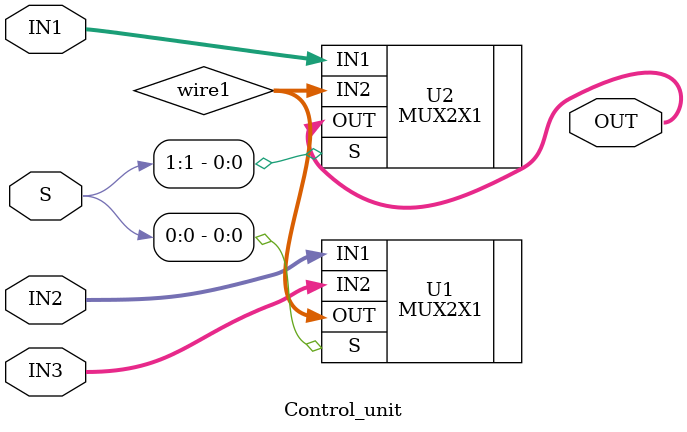
<source format=v>
module Control_unit #(parameter WIDTH=8)(input [WIDTH-1:0] IN1,
 input [WIDTH-1:0] IN2,
 input [WIDTH-1:0] IN3,
 input [1:0] S,
output [WIDTH-1:0] OUT);
wire [WIDTH-1:0] wire1;
MUX2X1 #(.WIDTH(WIDTH))U1(.IN1(IN2),.IN2(IN3),.S(S[0]),.OUT(wire1));
MUX2X1 #(.WIDTH(WIDTH))U2(.IN1(IN1),.IN2(wire1),.S(S[1]),.OUT(OUT));



endmodule

</source>
